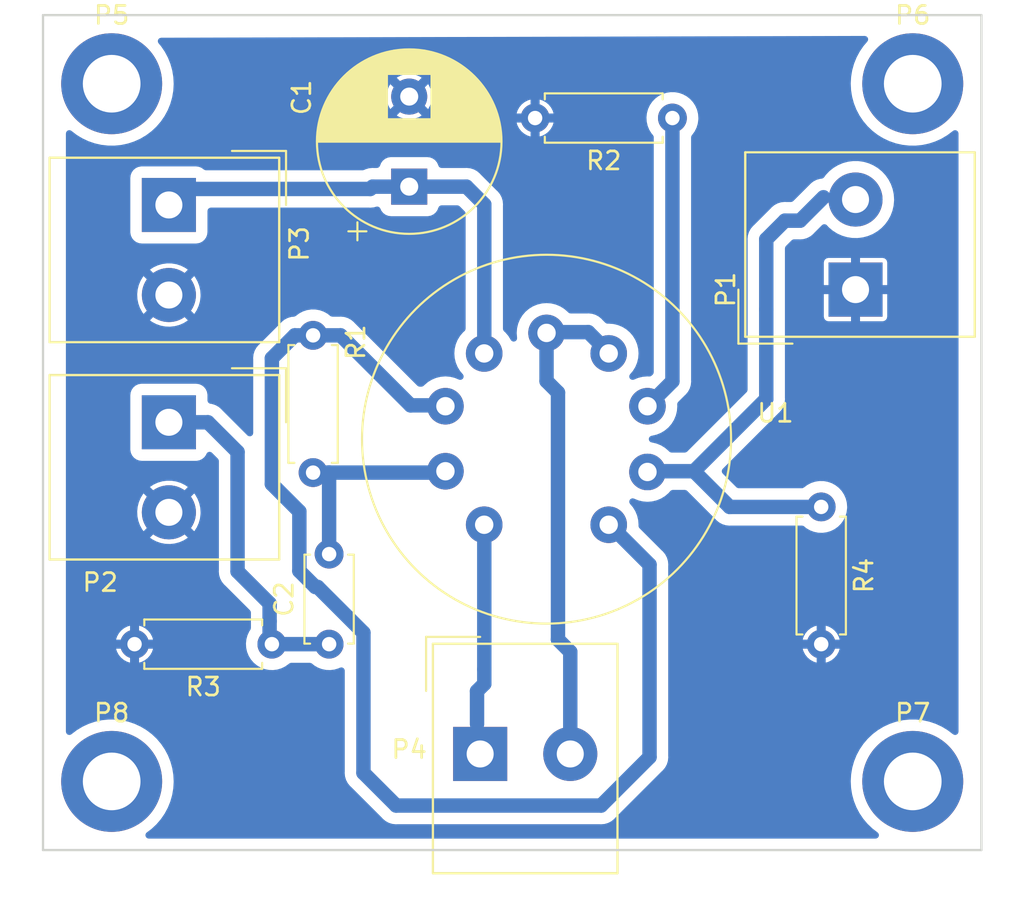
<source format=kicad_pcb>
(kicad_pcb (version 20221018) (generator pcbnew)
  (layers (0 "F.Cu" signal "top_cu") (31 "B.Cu" signal "bottom_cu") (34 "B.Paste" user) (35 "F.Paste" user) (36 "B.SilkS" user "B.Silkscreen") (37 "F.SilkS" user "F.Silkscreen") (38 "B.Mask" user) (39 "F.Mask" user) (44 "Edge.Cuts" user))
  (net 0 "")
  (net 1 "GND")
  (net 2 "Net-(P3-P1)")
  (net 3 "Net-(P2-P1)")
  (net 4 "Net-(U1A-K)")
  (net 5 "Net-(P1-PM)")
  (net 6 "Net-(P4-P1)")
  (net 7 "Net-(P4-PM)")
  (net 12 "Net-(U1A-G)")
  (net 13 "Net-(U1B-K)")
  (footprint "Capacitor_THT:CP_Radial_D10.0mm_P5.00mm" (layer "F.Cu") (at 141.605 99.695 90)
    (fp_text reference "C1" (at 4.953 -5.969 90) (layer "F.SilkS"))
    (fp_text value "10uF")
    (fp_line (start -2.979646 -2.875) (end -1.979646 -2.875) (stroke (width 0.12)) (layer "F.SilkS"))
    (fp_line (start -2.479646 -3.375) (end -2.479646 -2.375) (stroke (width 0.12)) (layer "F.SilkS"))
    (fp_line (start 2.5 -5.08) (end 2.5 5.08) (stroke (width 0.12)) (layer "F.SilkS"))
    (fp_line (start 2.54 -5.08) (end 2.54 5.08) (stroke (width 0.12)) (layer "F.SilkS"))
    (fp_line (start 2.58 -5.08) (end 2.58 5.08) (stroke (width 0.12)) (layer "F.SilkS"))
    (fp_line (start 2.62 -5.079) (end 2.62 5.079) (stroke (width 0.12)) (layer "F.SilkS"))
    (fp_line (start 2.66 -5.078) (end 2.66 5.078) (stroke (width 0.12)) (layer "F.SilkS"))
    (fp_line (start 2.7 -5.077) (end 2.7 5.077) (stroke (width 0.12)) (layer "F.SilkS"))
    (fp_line (start 2.74 -5.075) (end 2.74 5.075) (stroke (width 0.12)) (layer "F.SilkS"))
    (fp_line (start 2.78 -5.073) (end 2.78 5.073) (stroke (width 0.12)) (layer "F.SilkS"))
    (fp_line (start 2.82 -5.07) (end 2.82 5.07) (stroke (width 0.12)) (layer "F.SilkS"))
    (fp_line (start 2.86 -5.068) (end 2.86 5.068) (stroke (width 0.12)) (layer "F.SilkS"))
    (fp_line (start 2.9 -5.065) (end 2.9 5.065) (stroke (width 0.12)) (layer "F.SilkS"))
    (fp_line (start 2.94 -5.062) (end 2.94 5.062) (stroke (width 0.12)) (layer "F.SilkS"))
    (fp_line (start 2.98 -5.058) (end 2.98 5.058) (stroke (width 0.12)) (layer "F.SilkS"))
    (fp_line (start 3.02 -5.054) (end 3.02 5.054) (stroke (width 0.12)) (layer "F.SilkS"))
    (fp_line (start 3.06 -5.05) (end 3.06 5.05) (stroke (width 0.12)) (layer "F.SilkS"))
    (fp_line (start 3.1 -5.045) (end 3.1 5.045) (stroke (width 0.12)) (layer "F.SilkS"))
    (fp_line (start 3.14 -5.04) (end 3.14 5.04) (stroke (width 0.12)) (layer "F.SilkS"))
    (fp_line (start 3.18 -5.035) (end 3.18 5.035) (stroke (width 0.12)) (layer "F.SilkS"))
    (fp_line (start 3.221 -5.03) (end 3.221 5.03) (stroke (width 0.12)) (layer "F.SilkS"))
    (fp_line (start 3.261 -5.024) (end 3.261 5.024) (stroke (width 0.12)) (layer "F.SilkS"))
    (fp_line (start 3.301 -5.018) (end 3.301 5.018) (stroke (width 0.12)) (layer "F.SilkS"))
    (fp_line (start 3.341 -5.011) (end 3.341 5.011) (stroke (width 0.12)) (layer "F.SilkS"))
    (fp_line (start 3.381 -5.004) (end 3.381 5.004) (stroke (width 0.12)) (layer "F.SilkS"))
    (fp_line (start 3.421 -4.997) (end 3.421 4.997) (stroke (width 0.12)) (layer "F.SilkS"))
    (fp_line (start 3.461 -4.99) (end 3.461 4.99) (stroke (width 0.12)) (layer "F.SilkS"))
    (fp_line (start 3.501 -4.982) (end 3.501 4.982) (stroke (width 0.12)) (layer "F.SilkS"))
    (fp_line (start 3.541 -4.974) (end 3.541 4.974) (stroke (width 0.12)) (layer "F.SilkS"))
    (fp_line (start 3.581 -4.965) (end 3.581 4.965) (stroke (width 0.12)) (layer "F.SilkS"))
    (fp_line (start 3.621 -4.956) (end 3.621 4.956) (stroke (width 0.12)) (layer "F.SilkS"))
    (fp_line (start 3.661 -4.947) (end 3.661 4.947) (stroke (width 0.12)) (layer "F.SilkS"))
    (fp_line (start 3.701 -4.938) (end 3.701 4.938) (stroke (width 0.12)) (layer "F.SilkS"))
    (fp_line (start 3.741 -4.928) (end 3.741 4.928) (stroke (width 0.12)) (layer "F.SilkS"))
    (fp_line (start 3.781 -4.918) (end 3.781 -1.241) (stroke (width 0.12)) (layer "F.SilkS"))
    (fp_line (start 3.781 1.241) (end 3.781 4.918) (stroke (width 0.12)) (layer "F.SilkS"))
    (fp_line (start 3.821 -4.907) (end 3.821 -1.241) (stroke (width 0.12)) (layer "F.SilkS"))
    (fp_line (start 3.821 1.241) (end 3.821 4.907) (stroke (width 0.12)) (layer "F.SilkS"))
    (fp_line (start 3.861 -4.897) (end 3.861 -1.241) (stroke (width 0.12)) (layer "F.SilkS"))
    (fp_line (start 3.861 1.241) (end 3.861 4.897) (stroke (width 0.12)) (layer "F.SilkS"))
    (fp_line (start 3.901 -4.885) (end 3.901 -1.241) (stroke (width 0.12)) (layer "F.SilkS"))
    (fp_line (start 3.901 1.241) (end 3.901 4.885) (stroke (width 0.12)) (layer "F.SilkS"))
    (fp_line (start 3.941 -4.874) (end 3.941 -1.241) (stroke (width 0.12)) (layer "F.SilkS"))
    (fp_line (start 3.941 1.241) (end 3.941 4.874) (stroke (width 0.12)) (layer "F.SilkS"))
    (fp_line (start 3.981 -4.862) (end 3.981 -1.241) (stroke (width 0.12)) (layer "F.SilkS"))
    (fp_line (start 3.981 1.241) (end 3.981 4.862) (stroke (width 0.12)) (layer "F.SilkS"))
    (fp_line (start 4.021 -4.85) (end 4.021 -1.241) (stroke (width 0.12)) (layer "F.SilkS"))
    (fp_line (start 4.021 1.241) (end 4.021 4.85) (stroke (width 0.12)) (layer "F.SilkS"))
    (fp_line (start 4.061 -4.837) (end 4.061 -1.241) (stroke (width 0.12)) (layer "F.SilkS"))
    (fp_line (start 4.061 1.241) (end 4.061 4.837) (stroke (width 0.12)) (layer "F.SilkS"))
    (fp_line (start 4.101 -4.824) (end 4.101 -1.241) (stroke (width 0.12)) (layer "F.SilkS"))
    (fp_line (start 4.101 1.241) (end 4.101 4.824) (stroke (width 0.12)) (layer "F.SilkS"))
    (fp_line (start 4.141 -4.811) (end 4.141 -1.241) (stroke (width 0.12)) (layer "F.SilkS"))
    (fp_line (start 4.141 1.241) (end 4.141 4.811) (stroke (width 0.12)) (layer "F.SilkS"))
    (fp_line (start 4.181 -4.797) (end 4.181 -1.241) (stroke (width 0.12)) (layer "F.SilkS"))
    (fp_line (start 4.181 1.241) (end 4.181 4.797) (stroke (width 0.12)) (layer "F.SilkS"))
    (fp_line (start 4.221 -4.783) (end 4.221 -1.241) (stroke (width 0.12)) (layer "F.SilkS"))
    (fp_line (start 4.221 1.241) (end 4.221 4.783) (stroke (width 0.12)) (layer "F.SilkS"))
    (fp_line (start 4.261 -4.768) (end 4.261 -1.241) (stroke (width 0.12)) (layer "F.SilkS"))
    (fp_line (start 4.261 1.241) (end 4.261 4.768) (stroke (width 0.12)) (layer "F.SilkS"))
    (fp_line (start 4.301 -4.754) (end 4.301 -1.241) (stroke (width 0.12)) (layer "F.SilkS"))
    (fp_line (start 4.301 1.241) (end 4.301 4.754) (stroke (width 0.12)) (layer "F.SilkS"))
    (fp_line (start 4.341 -4.738) (end 4.341 -1.241) (stroke (width 0.12)) (layer "F.SilkS"))
    (fp_line (start 4.341 1.241) (end 4.341 4.738) (stroke (width 0.12)) (layer "F.SilkS"))
    (fp_line (start 4.381 -4.723) (end 4.381 -1.241) (stroke (width 0.12)) (layer "F.SilkS"))
    (fp_line (start 4.381 1.241) (end 4.381 4.723) (stroke (width 0.12)) (layer "F.SilkS"))
    (fp_line (start 4.421 -4.707) (end 4.421 -1.241) (stroke (width 0.12)) (layer "F.SilkS"))
    (fp_line (start 4.421 1.241) (end 4.421 4.707) (stroke (width 0.12)) (layer "F.SilkS"))
    (fp_line (start 4.461 -4.69) (end 4.461 -1.241) (stroke (width 0.12)) (layer "F.SilkS"))
    (fp_line (start 4.461 1.241) (end 4.461 4.69) (stroke (width 0.12)) (layer "F.SilkS"))
    (fp_line (start 4.501 -4.674) (end 4.501 -1.241) (stroke (width 0.12)) (layer "F.SilkS"))
    (fp_line (start 4.501 1.241) (end 4.501 4.674) (stroke (width 0.12)) (layer "F.SilkS"))
    (fp_line (start 4.541 -4.657) (end 4.541 -1.241) (stroke (width 0.12)) (layer "F.SilkS"))
    (fp_line (start 4.541 1.241) (end 4.541 4.657) (stroke (width 0.12)) (layer "F.SilkS"))
    (fp_line (start 4.581 -4.639) (end 4.581 -1.241) (stroke (width 0.12)) (layer "F.SilkS"))
    (fp_line (start 4.581 1.241) (end 4.581 4.639) (stroke (width 0.12)) (layer "F.SilkS"))
    (fp_line (start 4.621 -4.621) (end 4.621 -1.241) (stroke (width 0.12)) (layer "F.SilkS"))
    (fp_line (start 4.621 1.241) (end 4.621 4.621) (stroke (width 0.12)) (layer "F.SilkS"))
    (fp_line (start 4.661 -4.603) (end 4.661 -1.241) (stroke (width 0.12)) (layer "F.SilkS"))
    (fp_line (start 4.661 1.241) (end 4.661 4.603) (stroke (width 0.12)) (layer "F.SilkS"))
    (fp_line (start 4.701 -4.584) (end 4.701 -1.241) (stroke (width 0.12)) (layer "F.SilkS"))
    (fp_line (start 4.701 1.241) (end 4.701 4.584) (stroke (width 0.12)) (layer "F.SilkS"))
    (fp_line (start 4.741 -4.564) (end 4.741 -1.241) (stroke (width 0.12)) (layer "F.SilkS"))
    (fp_line (start 4.741 1.241) (end 4.741 4.564) (stroke (width 0.12)) (layer "F.SilkS"))
    (fp_line (start 4.781 -4.545) (end 4.781 -1.241) (stroke (width 0.12)) (layer "F.SilkS"))
    (fp_line (start 4.781 1.241) (end 4.781 4.545) (stroke (width 0.12)) (layer "F.SilkS"))
    (fp_line (start 4.821 -4.525) (end 4.821 -1.241) (stroke (width 0.12)) (layer "F.SilkS"))
    (fp_line (start 4.821 1.241) (end 4.821 4.525) (stroke (width 0.12)) (layer "F.SilkS"))
    (fp_line (start 4.861 -4.504) (end 4.861 -1.241) (stroke (width 0.12)) (layer "F.SilkS"))
    (fp_line (start 4.861 1.241) (end 4.861 4.504) (stroke (width 0.12)) (layer "F.SilkS"))
    (fp_line (start 4.901 -4.483) (end 4.901 -1.241) (stroke (width 0.12)) (layer "F.SilkS"))
    (fp_line (start 4.901 1.241) (end 4.901 4.483) (stroke (width 0.12)) (layer "F.SilkS"))
    (fp_line (start 4.941 -4.462) (end 4.941 -1.241) (stroke (width 0.12)) (layer "F.SilkS"))
    (fp_line (start 4.941 1.241) (end 4.941 4.462) (stroke (width 0.12)) (layer "F.SilkS"))
    (fp_line (start 4.981 -4.44) (end 4.981 -1.241) (stroke (width 0.12)) (layer "F.SilkS"))
    (fp_line (start 4.981 1.241) (end 4.981 4.44) (stroke (width 0.12)) (layer "F.SilkS"))
    (fp_line (start 5.021 -4.417) (end 5.021 -1.241) (stroke (width 0.12)) (layer "F.SilkS"))
    (fp_line (start 5.021 1.241) (end 5.021 4.417) (stroke (width 0.12)) (layer "F.SilkS"))
    (fp_line (start 5.061 -4.395) (end 5.061 -1.241) (stroke (width 0.12)) (layer "F.SilkS"))
    (fp_line (start 5.061 1.241) (end 5.061 4.395) (stroke (width 0.12)) (layer "F.SilkS"))
    (fp_line (start 5.101 -4.371) (end 5.101 -1.241) (stroke (width 0.12)) (layer "F.SilkS"))
    (fp_line (start 5.101 1.241) (end 5.101 4.371) (stroke (width 0.12)) (layer "F.SilkS"))
    (fp_line (start 5.141 -4.347) (end 5.141 -1.241) (stroke (width 0.12)) (layer "F.SilkS"))
    (fp_line (start 5.141 1.241) (end 5.141 4.347) (stroke (width 0.12)) (layer "F.SilkS"))
    (fp_line (start 5.181 -4.323) (end 5.181 -1.241) (stroke (width 0.12)) (layer "F.SilkS"))
    (fp_line (start 5.181 1.241) (end 5.181 4.323) (stroke (width 0.12)) (layer "F.SilkS"))
    (fp_line (start 5.221 -4.298) (end 5.221 -1.241) (stroke (width 0.12)) (layer "F.SilkS"))
    (fp_line (start 5.221 1.241) (end 5.221 4.298) (stroke (width 0.12)) (layer "F.SilkS"))
    (fp_line (start 5.261 -4.273) (end 5.261 -1.241) (stroke (width 0.12)) (layer "F.SilkS"))
    (fp_line (start 5.261 1.241) (end 5.261 4.273) (stroke (width 0.12)) (layer "F.SilkS"))
    (fp_line (start 5.301 -4.247) (end 5.301 -1.241) (stroke (width 0.12)) (layer "F.SilkS"))
    (fp_line (start 5.301 1.241) (end 5.301 4.247) (stroke (width 0.12)) (layer "F.SilkS"))
    (fp_line (start 5.341 -4.221) (end 5.341 -1.241) (stroke (width 0.12)) (layer "F.SilkS"))
    (fp_line (start 5.341 1.241) (end 5.341 4.221) (stroke (width 0.12)) (layer "F.SilkS"))
    (fp_line (start 5.381 -4.194) (end 5.381 -1.241) (stroke (width 0.12)) (layer "F.SilkS"))
    (fp_line (start 5.381 1.241) (end 5.381 4.194) (stroke (width 0.12)) (layer "F.SilkS"))
    (fp_line (start 5.421 -4.166) (end 5.421 -1.241) (stroke (width 0.12)) (layer "F.SilkS"))
    (fp_line (start 5.421 1.241) (end 5.421 4.166) (stroke (width 0.12)) (layer "F.SilkS"))
    (fp_line (start 5.461 -4.138) (end 5.461 -1.241) (stroke (width 0.12)) (layer "F.SilkS"))
    (fp_line (start 5.461 1.241) (end 5.461 4.138) (stroke (width 0.12)) (layer "F.SilkS"))
    (fp_line (start 5.501 -4.11) (end 5.501 -1.241) (stroke (width 0.12)) (layer "F.SilkS"))
    (fp_line (start 5.501 1.241) (end 5.501 4.11) (stroke (width 0.12)) (layer "F.SilkS"))
    (fp_line (start 5.541 -4.08) (end 5.541 -1.241) (stroke (width 0.12)) (layer "F.SilkS"))
    (fp_line (start 5.541 1.241) (end 5.541 4.08) (stroke (width 0.12)) (layer "F.SilkS"))
    (fp_line (start 5.581 -4.05) (end 5.581 -1.241) (stroke (width 0.12)) (layer "F.SilkS"))
    (fp_line (start 5.581 1.241) (end 5.581 4.05) (stroke (width 0.12)) (layer "F.SilkS"))
    (fp_line (start 5.621 -4.02) (end 5.621 -1.241) (stroke (width 0.12)) (layer "F.SilkS"))
    (fp_line (start 5.621 1.241) (end 5.621 4.02) (stroke (width 0.12)) (layer "F.SilkS"))
    (fp_line (start 5.661 -3.989) (end 5.661 -1.241) (stroke (width 0.12)) (layer "F.SilkS"))
    (fp_line (start 5.661 1.241) (end 5.661 3.989) (stroke (width 0.12)) (layer "F.SilkS"))
    (fp_line (start 5.701 -3.957) (end 5.701 -1.241) (stroke (width 0.12)) (layer "F.SilkS"))
    (fp_line (start 5.701 1.241) (end 5.701 3.957) (stroke (width 0.12)) (layer "F.SilkS"))
    (fp_line (start 5.741 -3.925) (end 5.741 -1.241) (stroke (width 0.12)) (layer "F.SilkS"))
    (fp_line (start 5.741 1.241) (end 5.741 3.925) (stroke (width 0.12)) (layer "F.SilkS"))
    (fp_line (start 5.781 -3.892) (end 5.781 -1.241) (stroke (width 0.12)) (layer "F.SilkS"))
    (fp_line (start 5.781 1.241) (end 5.781 3.892) (stroke (width 0.12)) (layer "F.SilkS"))
    (fp_line (start 5.821 -3.858) (end 5.821 -1.241) (stroke (width 0.12)) (layer "F.SilkS"))
    (fp_line (start 5.821 1.241) (end 5.821 3.858) (stroke (width 0.12)) (layer "F.SilkS"))
    (fp_line (start 5.861 -3.824) (end 5.861 -1.241) (stroke (width 0.12)) (layer "F.SilkS"))
    (fp_line (start 5.861 1.241) (end 5.861 3.824) (stroke (width 0.12)) (layer "F.SilkS"))
    (fp_line (start 5.901 -3.789) (end 5.901 -1.241) (stroke (width 0.12)) (layer "F.SilkS"))
    (fp_line (start 5.901 1.241) (end 5.901 3.789) (stroke (width 0.12)) (layer "F.SilkS"))
    (fp_line (start 5.941 -3.753) (end 5.941 -1.241) (stroke (width 0.12)) (layer "F.SilkS"))
    (fp_line (start 5.941 1.241) (end 5.941 3.753) (stroke (width 0.12)) (layer "F.SilkS"))
    (fp_line (start 5.981 -3.716) (end 5.981 -1.241) (stroke (width 0.12)) (layer "F.SilkS"))
    (fp_line (start 5.981 1.241) (end 5.981 3.716) (stroke (width 0.12)) (layer "F.SilkS"))
    (fp_line (start 6.021 -3.679) (end 6.021 -1.241) (stroke (width 0.12)) (layer "F.SilkS"))
    (fp_line (start 6.021 1.241) (end 6.021 3.679) (stroke (width 0.12)) (layer "F.SilkS"))
    (fp_line (start 6.061 -3.64) (end 6.061 -1.241) (stroke (width 0.12)) (layer "F.SilkS"))
    (fp_line (start 6.061 1.241) (end 6.061 3.64) (stroke (width 0.12)) (layer "F.SilkS"))
    (fp_line (start 6.101 -3.601) (end 6.101 -1.241) (stroke (width 0.12)) (layer "F.SilkS"))
    (fp_line (start 6.101 1.241) (end 6.101 3.601) (stroke (width 0.12)) (layer "F.SilkS"))
    (fp_line (start 6.141 -3.561) (end 6.141 -1.241) (stroke (width 0.12)) (layer "F.SilkS"))
    (fp_line (start 6.141 1.241) (end 6.141 3.561) (stroke (width 0.12)) (layer "F.SilkS"))
    (fp_line (start 6.181 -3.52) (end 6.181 -1.241) (stroke (width 0.12)) (layer "F.SilkS"))
    (fp_line (start 6.181 1.241) (end 6.181 3.52) (stroke (width 0.12)) (layer "F.SilkS"))
    (fp_line (start 6.221 -3.478) (end 6.221 -1.241) (stroke (width 0.12)) (layer "F.SilkS"))
    (fp_line (start 6.221 1.241) (end 6.221 3.478) (stroke (width 0.12)) (layer "F.SilkS"))
    (fp_line (start 6.261 -3.436) (end 6.261 3.436) (stroke (width 0.12)) (layer "F.SilkS"))
    (fp_line (start 6.301 -3.392) (end 6.301 3.392) (stroke (width 0.12)) (layer "F.SilkS"))
    (fp_line (start 6.341 -3.347) (end 6.341 3.347) (stroke (width 0.12)) (layer "F.SilkS"))
    (fp_line (start 6.381 -3.301) (end 6.381 3.301) (stroke (width 0.12)) (layer "F.SilkS"))
    (fp_line (start 6.421 -3.254) (end 6.421 3.254) (stroke (width 0.12)) (layer "F.SilkS"))
    (fp_line (start 6.461 -3.206) (end 6.461 3.206) (stroke (width 0.12)) (layer "F.SilkS"))
    (fp_line (start 6.501 -3.156) (end 6.501 3.156) (stroke (width 0.12)) (layer "F.SilkS"))
    (fp_line (start 6.541 -3.106) (end 6.541 3.106) (stroke (width 0.12)) (layer "F.SilkS"))
    (fp_line (start 6.581 -3.054) (end 6.581 3.054) (stroke (width 0.12)) (layer "F.SilkS"))
    (fp_line (start 6.621 -3) (end 6.621 3) (stroke (width 0.12)) (layer "F.SilkS"))
    (fp_line (start 6.661 -2.945) (end 6.661 2.945) (stroke (width 0.12)) (layer "F.SilkS"))
    (fp_line (start 6.701 -2.889) (end 6.701 2.889) (stroke (width 0.12)) (layer "F.SilkS"))
    (fp_line (start 6.741 -2.83) (end 6.741 2.83) (stroke (width 0.12)) (layer "F.SilkS"))
    (fp_line (start 6.781 -2.77) (end 6.781 2.77) (stroke (width 0.12)) (layer "F.SilkS"))
    (fp_line (start 6.821 -2.709) (end 6.821 2.709) (stroke (width 0.12)) (layer "F.SilkS"))
    (fp_line (start 6.861 -2.645) (end 6.861 2.645) (stroke (width 0.12)) (layer "F.SilkS"))
    (fp_line (start 6.901 -2.579) (end 6.901 2.579) (stroke (width 0.12)) (layer "F.SilkS"))
    (fp_line (start 6.941 -2.51) (end 6.941 2.51) (stroke (width 0.12)) (layer "F.SilkS"))
    (fp_line (start 6.981 -2.439) (end 6.981 2.439) (stroke (width 0.12)) (layer "F.SilkS"))
    (fp_line (start 7.021 -2.365) (end 7.021 2.365) (stroke (width 0.12)) (layer "F.SilkS"))
    (fp_line (start 7.061 -2.289) (end 7.061 2.289) (stroke (width 0.12)) (layer "F.SilkS"))
    (fp_line (start 7.101 -2.209) (end 7.101 2.209) (stroke (width 0.12)) (layer "F.SilkS"))
    (fp_line (start 7.141 -2.125) (end 7.141 2.125) (stroke (width 0.12)) (layer "F.SilkS"))
    (fp_line (start 7.181 -2.037) (end 7.181 2.037) (stroke (width 0.12)) (layer "F.SilkS"))
    (fp_line (start 7.221 -1.944) (end 7.221 1.944) (stroke (width 0.12)) (layer "F.SilkS"))
    (fp_line (start 7.261 -1.846) (end 7.261 1.846) (stroke (width 0.12)) (layer "F.SilkS"))
    (fp_line (start 7.301 -1.742) (end 7.301 1.742) (stroke (width 0.12)) (layer "F.SilkS"))
    (fp_line (start 7.341 -1.63) (end 7.341 1.63) (stroke (width 0.12)) (layer "F.SilkS"))
    (fp_line (start 7.381 -1.51) (end 7.381 1.51) (stroke (width 0.12)) (layer "F.SilkS"))
    (fp_line (start 7.421 -1.378) (end 7.421 1.378) (stroke (width 0.12)) (layer "F.SilkS"))
    (fp_line (start 7.461 -1.23) (end 7.461 1.23) (stroke (width 0.12)) (layer "F.SilkS"))
    (fp_line (start 7.501 -1.062) (end 7.501 1.062) (stroke (width 0.12)) (layer "F.SilkS"))
    (fp_line (start 7.541 -0.862) (end 7.541 0.862) (stroke (width 0.12)) (layer "F.SilkS"))
    (fp_line (start 7.581 -0.599) (end 7.581 0.599) (stroke (width 0.12)) (layer "F.SilkS"))
    (fp_circle (center 2.5 0) (end 7.62 0) (stroke (width 0.12)) (fill none) (layer "F.SilkS"))
    (pad "1" thru_hole rect (at 0 0 90) (size 2 2) (drill 1) (layers "*.Cu" "*.Mask") (net 2 "Net-(P3-P1)"))
    (pad "2" thru_hole circle (at 5 0 90) (size 2 2) (drill 1) (layers "*.Cu" "*.Mask") (net 1 "GND"))
  )
  (footprint "Capacitor_THT:C_Disc_D4.7mm_W2.5mm_P5.00mm" (layer "F.Cu") (at 137.16 125.095 90)
    (fp_text reference "C2" (at 2.5 -2.5 90) (layer "F.SilkS"))
    (fp_text value "680nF")
    (fp_line (start 0.03 -1.37) (end 0.03 -1.055) (stroke (width 0.12)) (layer "F.SilkS"))
    (fp_line (start 0.03 -1.37) (end 4.97 -1.37) (stroke (width 0.12)) (layer "F.SilkS"))
    (fp_line (start 0.03 1.055) (end 0.03 1.37) (stroke (width 0.12)) (layer "F.SilkS"))
    (fp_line (start 0.03 1.37) (end 4.97 1.37) (stroke (width 0.12)) (layer "F.SilkS"))
    (fp_line (start 4.97 -1.37) (end 4.97 -1.055) (stroke (width 0.12)) (layer "F.SilkS"))
    (fp_line (start 4.97 1.055) (end 4.97 1.37) (stroke (width 0.12)) (layer "F.SilkS"))
    (pad "1" thru_hole circle (at 0 0 90) (size 1.6 1.6) (drill 0.8) (layers "*.Cu" "*.Mask") (net 3 "Net-(P2-P1)"))
    (pad "2" thru_hole circle (at 5 0 90) (size 1.6 1.6) (drill 0.8) (layers "*.Cu" "*.Mask") (net 4 "Net-(U1A-K)"))
  )
  (footprint "Footprints:MountingHole_3.2mm_M3_DIN965_Pad" (layer "F.Cu") (at 125.095 93.98)
    (fp_text reference "P5" (at 0 -3.8) (layer "F.SilkS"))
    (fp_text value "MOUNTING_HOLE")
    (pad "1" thru_hole circle (at 0 0) (size 5.6 5.6) (drill 3.2) (layers "*.Cu" "*.Mask"))
  )
  (footprint "Footprints:MountingHole_3.2mm_M3_DIN965_Pad" (layer "F.Cu") (at 169.545 93.98)
    (fp_text reference "P6" (at 0 -3.8) (layer "F.SilkS"))
    (fp_text value "MOUNTING_HOLE")
    (pad "1" thru_hole circle (at 0 0) (size 5.6 5.6) (drill 3.2) (layers "*.Cu" "*.Mask"))
  )
  (footprint "Footprints:MountingHole_3.2mm_M3_DIN965_Pad" (layer "F.Cu") (at 169.545 132.715)
    (fp_text reference "P7" (at 0 -3.8) (layer "F.SilkS"))
    (fp_text value "MOUNTING_HOLE")
    (pad "1" thru_hole circle (at 0 0) (size 5.6 5.6) (drill 3.2) (layers "*.Cu" "*.Mask"))
  )
  (footprint "Resistor_THT:R_Axial_DIN0207_L6.3mm_D2.5mm_P7.62mm_Horizontal" (layer "F.Cu") (at 136.271 107.95 -90)
    (fp_text reference "R1" (at 0.381 -2.37 90) (layer "F.SilkS"))
    (fp_text value "1.5K")
    (fp_line (start 0.54 -1.37) (end 7.08 -1.37) (stroke (width 0.12)) (layer "F.SilkS"))
    (fp_line (start 0.54 -1.04) (end 0.54 -1.37) (stroke (width 0.12)) (layer "F.SilkS"))
    (fp_line (start 0.54 1.04) (end 0.54 1.37) (stroke (width 0.12)) (layer "F.SilkS"))
    (fp_line (start 0.54 1.37) (end 7.08 1.37) (stroke (width 0.12)) (layer "F.SilkS"))
    (fp_line (start 7.08 -1.37) (end 7.08 -1.04) (stroke (width 0.12)) (layer "F.SilkS"))
    (fp_line (start 7.08 1.37) (end 7.08 1.04) (stroke (width 0.12)) (layer "F.SilkS"))
    (pad "1" thru_hole circle (at 0 0 270) (size 1.6 1.6) (drill 0.8) (layers "*.Cu" "*.Mask") (net 12 "Net-(U1A-G)"))
    (pad "2" thru_hole oval (at 7.62 0 270) (size 1.6 1.6) (drill 0.8) (layers "*.Cu" "*.Mask") (net 4 "Net-(U1A-K)"))
  )
  (footprint "Resistor_THT:R_Axial_DIN0207_L6.3mm_D2.5mm_P7.62mm_Horizontal" (layer "F.Cu") (at 156.21 95.885 180)
    (fp_text reference "R2" (at 3.81 -2.37) (layer "F.SilkS"))
    (fp_text value "1.5K")
    (fp_line (start 0.54 -1.37) (end 7.08 -1.37) (stroke (width 0.12)) (layer "F.SilkS"))
    (fp_line (start 0.54 -1.04) (end 0.54 -1.37) (stroke (width 0.12)) (layer "F.SilkS"))
    (fp_line (start 0.54 1.04) (end 0.54 1.37) (stroke (width 0.12)) (layer "F.SilkS"))
    (fp_line (start 0.54 1.37) (end 7.08 1.37) (stroke (width 0.12)) (layer "F.SilkS"))
    (fp_line (start 7.08 -1.37) (end 7.08 -1.04) (stroke (width 0.12)) (layer "F.SilkS"))
    (fp_line (start 7.08 1.37) (end 7.08 1.04) (stroke (width 0.12)) (layer "F.SilkS"))
    (pad "1" thru_hole circle (at 0 0 180) (size 1.6 1.6) (drill 0.8) (layers "*.Cu" "*.Mask") (net 13 "Net-(U1B-K)"))
    (pad "2" thru_hole oval (at 7.62 0 180) (size 1.6 1.6) (drill 0.8) (layers "*.Cu" "*.Mask") (net 1 "GND"))
  )
  (footprint "Resistor_THT:R_Axial_DIN0207_L6.3mm_D2.5mm_P7.62mm_Horizontal" (layer "F.Cu") (at 164.465 117.475 -90)
    (fp_text reference "R4" (at 3.81 -2.37 90) (layer "F.SilkS"))
    (fp_text value "47K")
    (fp_line (start 0.54 -1.37) (end 7.08 -1.37) (stroke (width 0.12)) (layer "F.SilkS"))
    (fp_line (start 0.54 -1.04) (end 0.54 -1.37) (stroke (width 0.12)) (layer "F.SilkS"))
    (fp_line (start 0.54 1.04) (end 0.54 1.37) (stroke (width 0.12)) (layer "F.SilkS"))
    (fp_line (start 0.54 1.37) (end 7.08 1.37) (stroke (width 0.12)) (layer "F.SilkS"))
    (fp_line (start 7.08 -1.37) (end 7.08 -1.04) (stroke (width 0.12)) (layer "F.SilkS"))
    (fp_line (start 7.08 1.37) (end 7.08 1.04) (stroke (width 0.12)) (layer "F.SilkS"))
    (pad "1" thru_hole circle (at 0 0 270) (size 1.6 1.6) (drill 0.8) (layers "*.Cu" "*.Mask") (net 5 "Net-(P1-PM)"))
    (pad "2" thru_hole oval (at 7.62 0 270) (size 1.6 1.6) (drill 0.8) (layers "*.Cu" "*.Mask") (net 1 "GND"))
  )
  (footprint "TerminalBlock_Altech:Altech_AK300_1x02_P5.00mm_45-Degree" (layer "F.Cu") (at 128.27 112.776 -90)
    (fp_text reference "P2" (at 8.89 3.81 180) (layer "F.SilkS"))
    (fp_text value "OUT")
    (fp_line (start -3 -6.5) (end 0 -6.5) (stroke (width 0.12)) (layer "F.SilkS"))
    (fp_line (start -3 -3.5) (end -3 -6.5) (stroke (width 0.12)) (layer "F.SilkS"))
    (fp_line (start -2.62 -6.12) (end -2.62 6.62) (stroke (width 0.12)) (layer "F.SilkS"))
    (fp_line (start -2.62 -6.12) (end -2.62 6.62) (stroke (width 0.12)) (layer "F.SilkS"))
    (fp_line (start -2.62 -6.12) (end 7.62 -6.12) (stroke (width 0.12)) (layer "F.SilkS"))
    (fp_line (start -2.62 -6.12) (end 7.62 -6.12) (stroke (width 0.12)) (layer "F.SilkS"))
    (fp_line (start -2.62 6.62) (end 7.62 6.62) (stroke (width 0.12)) (layer "F.SilkS"))
    (fp_line (start -2.62 6.62) (end 7.62 6.62) (stroke (width 0.12)) (layer "F.SilkS"))
    (fp_line (start 7.62 -6.12) (end 7.62 6.62) (stroke (width 0.12)) (layer "F.SilkS"))
    (fp_line (start 7.62 -6.12) (end 7.62 6.62) (stroke (width 0.12)) (layer "F.SilkS"))
    (pad "1" thru_hole rect (at 0 0 270) (size 3 3) (drill 1.5) (layers "*.Cu" "*.Mask") (net 3 "Net-(P2-P1)"))
    (pad "2" thru_hole circle (at 5 0 270) (size 3 3) (drill 1.5) (layers "*.Cu" "*.Mask") (net 1 "GND"))
  )
  (footprint "TerminalBlock_Altech:Altech_AK300_1x02_P5.00mm_45-Degree" (layer "F.Cu") (at 128.27 100.711 -90)
    (fp_text reference "P3" (at 2.159 -7.239 90) (layer "F.SilkS"))
    (fp_text value "POWER")
    (fp_line (start -3 -6.5) (end 0 -6.5) (stroke (width 0.12)) (layer "F.SilkS"))
    (fp_line (start -3 -3.5) (end -3 -6.5) (stroke (width 0.12)) (layer "F.SilkS"))
    (fp_line (start -2.62 -6.12) (end -2.62 6.62) (stroke (width 0.12)) (layer "F.SilkS"))
    (fp_line (start -2.62 -6.12) (end -2.62 6.62) (stroke (width 0.12)) (layer "F.SilkS"))
    (fp_line (start -2.62 -6.12) (end 7.62 -6.12) (stroke (width 0.12)) (layer "F.SilkS"))
    (fp_line (start -2.62 -6.12) (end 7.62 -6.12) (stroke (width 0.12)) (layer "F.SilkS"))
    (fp_line (start -2.62 6.62) (end 7.62 6.62) (stroke (width 0.12)) (layer "F.SilkS"))
    (fp_line (start -2.62 6.62) (end 7.62 6.62) (stroke (width 0.12)) (layer "F.SilkS"))
    (fp_line (start 7.62 -6.12) (end 7.62 6.62) (stroke (width 0.12)) (layer "F.SilkS"))
    (fp_line (start 7.62 -6.12) (end 7.62 6.62) (stroke (width 0.12)) (layer "F.SilkS"))
    (pad "1" thru_hole rect (at 0 0 270) (size 3 3) (drill 1.5) (layers "*.Cu" "*.Mask") (net 2 "Net-(P3-P1)"))
    (pad "2" thru_hole circle (at 5 0 270) (size 3 3) (drill 1.5) (layers "*.Cu" "*.Mask") (net 1 "GND"))
  )
  (footprint "TerminalBlock_Altech:Altech_AK300_1x02_P5.00mm_45-Degree" (layer "F.Cu") (at 145.542 131.191)
    (fp_text reference "P4" (at -3.937 -0.254) (layer "F.SilkS"))
    (fp_text value "CONN_2")
    (fp_line (start -3 -6.5) (end 0 -6.5) (stroke (width 0.12)) (layer "F.SilkS"))
    (fp_line (start -3 -3.5) (end -3 -6.5) (stroke (width 0.12)) (layer "F.SilkS"))
    (fp_line (start -2.62 -6.12) (end -2.62 6.62) (stroke (width 0.12)) (layer "F.SilkS"))
    (fp_line (start -2.62 -6.12) (end -2.62 6.62) (stroke (width 0.12)) (layer "F.SilkS"))
    (fp_line (start -2.62 -6.12) (end 7.62 -6.12) (stroke (width 0.12)) (layer "F.SilkS"))
    (fp_line (start -2.62 -6.12) (end 7.62 -6.12) (stroke (width 0.12)) (layer "F.SilkS"))
    (fp_line (start -2.62 6.62) (end 7.62 6.62) (stroke (width 0.12)) (layer "F.SilkS"))
    (fp_line (start -2.62 6.62) (end 7.62 6.62) (stroke (width 0.12)) (layer "F.SilkS"))
    (fp_line (start 7.62 -6.12) (end 7.62 6.62) (stroke (width 0.12)) (layer "F.SilkS"))
    (fp_line (start 7.62 -6.12) (end 7.62 6.62) (stroke (width 0.12)) (layer "F.SilkS"))
    (pad "1" thru_hole rect (at 0 0) (size 3 3) (drill 1.5) (layers "*.Cu" "*.Mask") (net 6 "Net-(P4-P1)"))
    (pad "2" thru_hole circle (at 5 0) (size 3 3) (drill 1.5) (layers "*.Cu" "*.Mask") (net 7 "Net-(P4-PM)"))
  )
  (footprint "Resistor_THT:R_Axial_DIN0207_L6.3mm_D2.5mm_P7.62mm_Horizontal" (layer "F.Cu") (at 133.985 125.095 180)
    (fp_text reference "R3" (at 3.81 -2.37) (layer "F.SilkS"))
    (fp_text value "100K")
    (fp_line (start 0.54 -1.37) (end 7.08 -1.37) (stroke (width 0.12)) (layer "F.SilkS"))
    (fp_line (start 0.54 -1.04) (end 0.54 -1.37) (stroke (width 0.12)) (layer "F.SilkS"))
    (fp_line (start 0.54 1.04) (end 0.54 1.37) (stroke (width 0.12)) (layer "F.SilkS"))
    (fp_line (start 0.54 1.37) (end 7.08 1.37) (stroke (width 0.12)) (layer "F.SilkS"))
    (fp_line (start 7.08 -1.37) (end 7.08 -1.04) (stroke (width 0.12)) (layer "F.SilkS"))
    (fp_line (start 7.08 1.37) (end 7.08 1.04) (stroke (width 0.12)) (layer "F.SilkS"))
    (pad "1" thru_hole circle (at 0 0 180) (size 1.6 1.6) (drill 0.8) (layers "*.Cu" "*.Mask") (net 3 "Net-(P2-P1)"))
    (pad "2" thru_hole oval (at 7.62 0 180) (size 1.6 1.6) (drill 0.8) (layers "*.Cu" "*.Mask") (net 1 "GND"))
  )
  (footprint "Footprints:Valve_ECC-83-1" (layer "F.Cu") (at 149.225 113.665)
    (fp_text reference "U1" (at 12.7 -1.397) (layer "F.SilkS"))
    (fp_text value "ECC83")
    (fp_circle (center 0 0.05) (end 10.16 1.32) (stroke (width 0.12)) (fill none) (layer "F.SilkS"))
    (pad "1" thru_hole circle (at 3.45 4.8) (size 2.03 2.03) (drill 1.02) (layers "*.Cu" "*.Mask") (net 12 "Net-(U1A-G)"))
    (pad "2" thru_hole circle (at 5.6 1.87) (size 2.03 2.03) (drill 1.02) (layers "*.Cu" "*.Mask") (net 5 "Net-(P1-PM)"))
    (pad "3" thru_hole circle (at 5.6 -1.78) (size 2.03 2.03) (drill 1.02) (layers "*.Cu" "*.Mask") (net 13 "Net-(U1B-K)"))
    (pad "4" thru_hole circle (at 3.45 -4.71) (size 2.03 2.03) (drill 1.02) (layers "*.Cu" "*.Mask") (net 7 "Net-(P4-PM)"))
    (pad "5" thru_hole circle (at 0 -5.85) (size 2.03 2.03) (drill 1.02) (layers "*.Cu" "*.Mask") (net 7 "Net-(P4-PM)"))
    (pad "6" thru_hole circle (at -3.46 -4.71) (size 2.03 2.03) (drill 1.02) (layers "*.Cu" "*.Mask") (net 2 "Net-(P3-P1)"))
    (pad "7" thru_hole circle (at -5.61 -1.78) (size 2.03 2.03) (drill 1.02) (layers "*.Cu" "*.Mask") (net 12 "Net-(U1A-G)"))
    (pad "8" thru_hole circle (at -5.61 1.83) (size 2.03 2.03) (drill 1.02) (layers "*.Cu" "*.Mask") (net 4 "Net-(U1A-K)"))
    (pad "9" thru_hole circle (at -3.46 4.8) (size 2.03 2.03) (drill 1.02) (layers "*.Cu" "*.Mask") (net 6 "Net-(P4-P1)"))
  )
  (footprint "TerminalBlock_Altech:Altech_AK300_1x02_P5.00mm_45-Degree" (layer "F.Cu") (at 166.37 105.41 90)
    (fp_text reference "P1" (at 0 -7.2 90) (layer "F.SilkS"))
    (fp_text value "IN")
    (fp_line (start -3 -6.5) (end 0 -6.5) (stroke (width 0.12)) (layer "F.SilkS"))
    (fp_line (start -3 -3.5) (end -3 -6.5) (stroke (width 0.12)) (layer "F.SilkS"))
    (fp_line (start -2.62 -6.12) (end -2.62 6.62) (stroke (width 0.12)) (layer "F.SilkS"))
    (fp_line (start -2.62 -6.12) (end -2.62 6.62) (stroke (width 0.12)) (layer "F.SilkS"))
    (fp_line (start -2.62 -6.12) (end 7.62 -6.12) (stroke (width 0.12)) (layer "F.SilkS"))
    (fp_line (start -2.62 -6.12) (end 7.62 -6.12) (stroke (width 0.12)) (layer "F.SilkS"))
    (fp_line (start -2.62 6.62) (end 7.62 6.62) (stroke (width 0.12)) (layer "F.SilkS"))
    (fp_line (start -2.62 6.62) (end 7.62 6.62) (stroke (width 0.12)) (layer "F.SilkS"))
    (fp_line (start 7.62 -6.12) (end 7.62 6.62) (stroke (width 0.12)) (layer "F.SilkS"))
    (fp_line (start 7.62 -6.12) (end 7.62 6.62) (stroke (width 0.12)) (layer "F.SilkS"))
    (pad "1" thru_hole rect (at 0 0 90) (size 3 3) (drill 1.5) (layers "*.Cu" "*.Mask") (net 1 "GND"))
    (pad "2" thru_hole circle (at 5 0 90) (size 3 3) (drill 1.5) (layers "*.Cu" "*.Mask") (net 5 "Net-(P1-PM)"))
  )
  (footprint "Footprints:MountingHole_3.2mm_M3_DIN965_Pad" (layer "F.Cu") (at 125.095 132.715)
    (fp_text reference "P8" (at 0 -3.8) (layer "F.SilkS"))
    (fp_text value "MOUNTING_HOLE")
    (pad "1" thru_hole circle (at 0 0) (size 5.6 5.6) (drill 3.2) (layers "*.Cu" "*.Mask"))
  )
  (gr_line (start 173.355 90.17) (end 173.355 136.525) (stroke (width 0.127)) (layer "Edge.Cuts"))
  (gr_line (start 121.285 90.17) (end 121.285 136.525) (stroke (width 0.127)) (layer "Edge.Cuts"))
  (gr_line (start 173.355 90.17) (end 121.285 90.17) (stroke (width 0.127)) (layer "Edge.Cuts"))
  (gr_line (start 121.285 136.525) (end 173.355 136.525) (stroke (width 0.127)) (layer "Edge.Cuts"))
  (segment (start 139.573 99.695) (end 141.605 99.695) (width 0.8) (layer "B.Cu") (net 2))
  (segment (start 139.446 99.822) (end 139.573 99.695) (width 0.8) (layer "B.Cu") (net 2))
  (segment (start 144.78 99.695) (end 141.605 99.695) (width 0.8) (layer "B.Cu") (net 2))
  (segment (start 139.446 99.822) (end 129.159 99.822) (width 0.8) (layer "B.Cu") (net 2))
  (segment (start 145.7706 100.6856) (end 144.78 99.695) (width 0.8) (layer "B.Cu") (net 2))
  (segment (start 145.7706 108.91012) (end 145.7706 100.6856) (width 0.8) (layer "B.Cu") (net 2))
  (segment (start 129.159 99.822) (end 128.27 100.711) (width 0.8) (layer "B.Cu") (net 2))
  (segment (start 133.858 123.825) (end 133.858 122.837172) (width 0.8) (layer "B.Cu") (net 3))
  (segment (start 133.858 124.968) (end 133.858 123.825) (width 0.8) (layer "B.Cu") (net 3))
  (segment (start 133.858 122.837172) (end 132.08 121.059172) (width 0.8) (layer "B.Cu") (net 3))
  (segment (start 133.985 125.095) (end 133.858 124.968) (width 0.8) (layer "B.Cu") (net 3))
  (segment (start 132.08 114.4224) (end 130.4336 112.776) (width 0.8) (layer "B.Cu") (net 3))
  (segment (start 132.08 121.059172) (end 132.08 114.4224) (width 0.8) (layer "B.Cu") (net 3))
  (segment (start 130.4336 112.776) (end 128.27 112.776) (width 0.8) (layer "B.Cu") (net 3))
  (segment (start 137.16 125.095) (end 133.985 125.095) (width 0.8) (layer "B.Cu") (net 3))
  (segment (start 136.271 115.57) (end 137.16 115.57) (width 0.8) (layer "B.Cu") (net 4))
  (segment (start 137.16 120.015) (end 137.16 115.57) (width 0.8) (layer "B.Cu") (net 4))
  (segment (start 137.16 115.57) (end 143.49984 115.57) (width 0.8) (layer "B.Cu") (net 4))
  (segment (start 143.49984 115.57) (end 143.61668 115.45316) (width 0.8) (layer "B.Cu") (net 4))
  (segment (start 161.417 106.506) (end 161.417 111.4806) (width 0.8) (layer "B.Cu") (net 5))
  (segment (start 157.4038 115.4938) (end 159.385 117.475) (width 0.8) (layer "B.Cu") (net 5))
  (segment (start 161.417 111.4806) (end 157.4038 115.4938) (width 0.8) (layer "B.Cu") (net 5))
  (segment (start 164.592 100.283) (end 163.292001 101.582999) (width 0.8) (layer "B.Cu") (net 5))
  (segment (start 162.450001 101.582999) (end 161.417 102.616) (width 0.8) (layer "B.Cu") (net 5))
  (segment (start 154.83332 115.4938) (end 157.4038 115.4938) (width 0.8) (layer "B.Cu") (net 5))
  (segment (start 159.385 117.475) (end 164.465 117.475) (width 0.8) (layer "B.Cu") (net 5))
  (segment (start 161.417 102.616) (end 161.417 106.506) (width 0.8) (layer "B.Cu") (net 5))
  (segment (start 163.292001 101.582999) (end 162.450001 101.582999) (width 0.8) (layer "B.Cu") (net 5))
  (segment (start 145.7706 127.298923) (end 145.7706 126.492) (width 0.8) (layer "B.Cu") (net 6))
  (segment (start 145.7706 118.41988) (end 145.7706 124.587) (width 0.8) (layer "B.Cu") (net 6))
  (segment (start 145.368 129.54) (end 145.368 127.701523) (width 0.8) (layer "B.Cu") (net 6))
  (segment (start 145.368 127.701523) (end 145.7706 127.298923) (width 0.8) (layer "B.Cu") (net 6))
  (segment (start 145.7706 124.587) (end 145.7706 126.492) (width 0.8) (layer "B.Cu") (net 6))
  (segment (start 149.225 107.7722) (end 151.54148 107.7722) (width 0.8) (layer "B.Cu") (net 7))
  (segment (start 149.86 111.125) (end 149.86 124.841) (width 0.8) (layer "B.Cu") (net 7))
  (segment (start 149.225 110.49) (end 149.86 111.125) (width 0.8) (layer "B.Cu") (net 7))
  (segment (start 150.542 131.191) (end 150.542 125.523) (width 0.8) (layer "B.Cu") (net 7))
  (segment (start 151.54148 107.7722) (end 152.6794 108.91012) (width 0.8) (layer "B.Cu") (net 7))
  (segment (start 149.225 107.7722) (end 149.225 110.49) (width 0.8) (layer "B.Cu") (net 7))
  (segment (start 150.542 125.523) (end 149.86 124.841) (width 0.8) (layer "B.Cu") (net 7))
  (segment (start 136.525 121.92) (end 139.065 124.46) (width 0.8) (layer "B.Cu") (net 12))
  (segment (start 133.985 109.22) (end 133.985 116.205) (width 0.8) (layer "B.Cu") (net 12))
  (segment (start 152.250834 134.055312) (end 154.94 131.366146) (width 0.8) (layer "B.Cu") (net 12))
  (segment (start 135.89 107.95) (end 135.255 107.95) (width 0.8) (layer "B.Cu") (net 12))
  (segment (start 135.509 117.729) (end 135.509 121.031) (width 0.8) (layer "B.Cu") (net 12))
  (segment (start 154.94 120.68048) (end 152.6794 118.41988) (width 0.8) (layer "B.Cu") (net 12))
  (segment (start 136.398 121.92) (end 136.525 121.92) (width 0.8) (layer "B.Cu") (net 12))
  (segment (start 143.61668 111.8362) (end 141.6812 111.8362) (width 0.8) (layer "B.Cu") (net 12))
  (segment (start 135.255 107.95) (end 133.985 109.22) (width 0.8) (layer "B.Cu") (net 12))
  (segment (start 135.89 107.95) (end 137.795 107.95) (width 0.8) (layer "B.Cu") (net 12))
  (segment (start 139.065 124.46) (end 139.065 132.240853) (width 0.8) (layer "B.Cu") (net 12))
  (segment (start 139.065 132.240853) (end 140.879459 134.055312) (width 0.8) (layer "B.Cu") (net 12))
  (segment (start 154.94 131.366146) (end 154.94 120.68048) (width 0.8) (layer "B.Cu") (net 12))
  (segment (start 135.509 121.031) (end 136.398 121.92) (width 0.8) (layer "B.Cu") (net 12))
  (segment (start 140.879459 134.055312) (end 152.250834 134.055312) (width 0.8) (layer "B.Cu") (net 12))
  (segment (start 133.985 116.205) (end 135.509 117.729) (width 0.8) (layer "B.Cu") (net 12))
  (segment (start 141.6812 111.8362) (end 137.795 107.95) (width 0.8) (layer "B.Cu") (net 12))
  (segment (start 156.21 110.5) (end 154.825 111.885) (width 0.8) (layer "B.Cu") (net 13))
  (segment (start 156.21 95.885) (end 156.21 110.5) (width 0.8) (layer "B.Cu") (net 13))
  (zone (net 1) (net_name "GND") (layer "B.Cu") (connect_pads (clearance 0.635)) (min_thickness 0.381) (fill yes (thermal_gap 0.254) (thermal_bridge_width 0.50038))
    (polygon (pts (xy 172.085 135.89) (xy 172.085 91.313) (xy 122.555 91.44) (xy 122.555 135.89)))
  )
)
</source>
